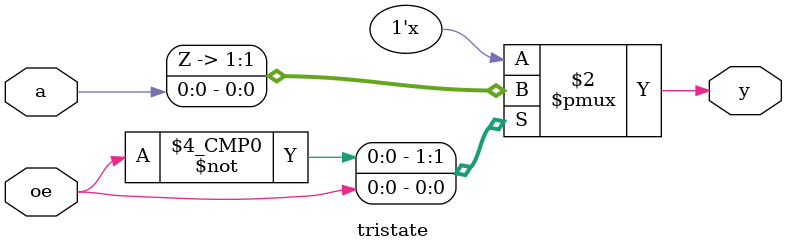
<source format=v>
`timescale 1ns / 1ps
module tristate(
    input oe,
    input a,
    output reg y
    );
	 
	 always @(*)
		begin
		 case (oe)
			0 : y = 1'bZ;
			1 : y = a;
		 endcase
		end

endmodule

</source>
